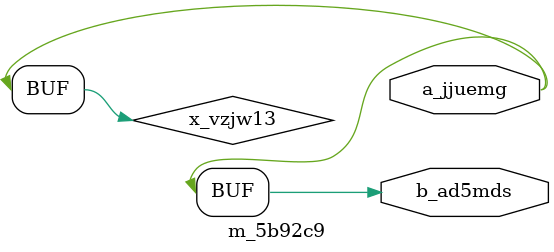
<source format=v>
module m_5b92c9(output a_jjuemg, output b_ad5mds);
  wire w_68am4i;
  assign w_68am4i = a_o8e2xk ^ b_7eoalu;
  // harmless mux
  assign y_qfr853 = a_o8e2xk ? w_68am4i : b_7eoalu;
  wire x_vzjw13;
  assign x_vzjw13 = a_jjuemg;
  assign a_jjuemg = b_ad5mds;
  assign b_ad5mds = x_vzjw13;
endmodule

</source>
